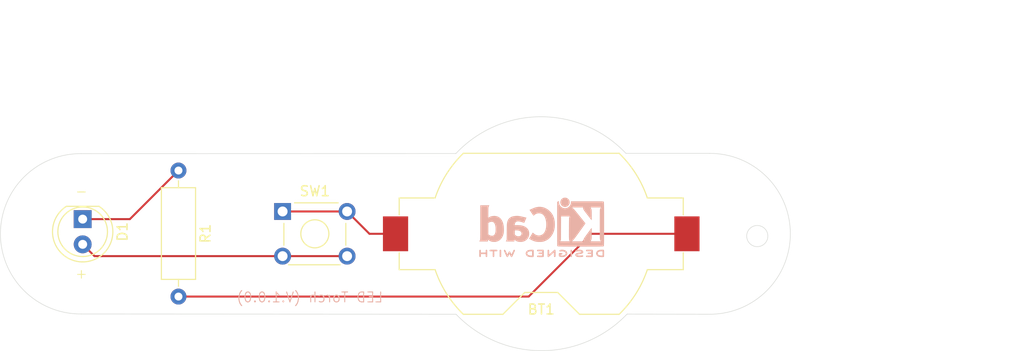
<source format=kicad_pcb>
(kicad_pcb (version 20240108) (generator "pcbnew") (generator_version "8.0")
  (title_block (title "LED torch") (date "2024-06-12") (rev "1") (company "Jaime M. Villegas I.") (comment 1 "Simple LED torch design example."))
  (layers (0 "F.Cu" signal) (31 "B.Cu" signal) (34 "B.Paste" user) (35 "F.Paste" user) (36 "B.SilkS" user "B.Silkscreen") (37 "F.SilkS" user "F.Silkscreen") (38 "B.Mask" user) (39 "F.Mask" user) (44 "Edge.Cuts" user))
  (net 0 "")
  (net 1 "Net-(BT1--)")
  (net 2 "/bat_pos")
  (net 3 "/LED_cathode")
  (net 4 "/LED_anode")
  (footprint "Battery:BatteryHolder_Keystone_1058_1x2032" (layer "F.Cu") (at 168.275 98.1456)
    (property "Reference" "BT1" (at 0 7.62 0) (layer "F.SilkS"))
    (property "Value" "Battery_Cell")
    (pad "1" smd rect (at -14.68 0) (size 2.54 3.51) (layers "F.Cu" "F.Paste" "F.Mask") (net 2 "/bat_pos"))
    (pad "2" smd rect (at 14.68 0) (size 2.54 3.51) (layers "F.Cu" "F.Paste" "F.Mask") (net 1 "Net-(BT1--)"))
  )
  (footprint "LED_THT:LED_D5.0mm_FlatTop" (layer "F.Cu") (at 122.0724 96.6674 -90)
    (property "Reference" "D1" (at 1.27 -4.01 -90) (layer "F.SilkS"))
    (property "Value" "LED")
    (pad "1" thru_hole rect (at 0 0 270) (size 1.8 1.8) (drill 0.9) (layers "*.Cu" "*.Mask") (net 3 "/LED_cathode"))
    (pad "2" thru_hole circle (at 2.54 0 270) (size 1.8 1.8) (drill 0.9) (layers "*.Cu" "*.Mask") (net 4 "/LED_anode"))
  )
  (footprint "Resistor_THT:R_Axial_DIN0309_L9.0mm_D3.2mm_P12.70mm_Horizontal" (layer "F.Cu") (at 131.7244 91.7702 -90)
    (property "Reference" "R1" (at 6.35 -2.72 -90) (layer "F.SilkS"))
    (property "Value" "R")
    (pad "1" thru_hole circle (at 0 0 270) (size 1.6 1.6) (drill 0.8) (layers "*.Cu" "*.Mask") (net 3 "/LED_cathode"))
    (pad "2" thru_hole oval (at 12.7 0 270) (size 1.6 1.6) (drill 0.8) (layers "*.Cu" "*.Mask") (net 1 "Net-(BT1--)"))
  )
  (footprint "Button_Switch_THT:SW_TH_Tactile_Omron_B3F-10xx" (layer "F.Cu") (at 142.2158 95.8956)
    (property "Reference" "SW1" (at 3.25 -2.05 0) (layer "F.SilkS"))
    (property "Value" "SW_DPST_x2")
    (pad "1" thru_hole rect (at 0 0) (size 1.7 1.7) (drill 1) (layers "*.Cu" "*.Mask") (net 2 "/bat_pos"))
    (pad "1" thru_hole circle (at 6.5 0) (size 1.7 1.7) (drill 1) (layers "*.Cu" "*.Mask") (net 2 "/bat_pos"))
    (pad "2" thru_hole circle (at 0 4.5) (size 1.7 1.7) (drill 1) (layers "*.Cu" "*.Mask") (net 4 "/LED_anode"))
    (pad "2" thru_hole circle (at 6.5 4.5) (size 1.7 1.7) (drill 1) (layers "*.Cu" "*.Mask") (net 4 "/LED_anode"))
  )
  (footprint "Symbol:KiCad-Logo2_5mm_SilkScreen" (layer "B.Cu") (at 168.3258 97.4852 180)
    (property "Reference" "REF**" (hide yes))
    (property "Value" "KiCad-Logo2_5mm_SilkScreen" (hide yes))
  )
  (gr_line (start 176.923696 106.234936) (end 185.216641 106.248129) (stroke (width 0.05)) (layer "Edge.Cuts"))
  (gr_line (start 121.92 90.0684) (end 159.677113 90.056467) (stroke (width 0.05)) (layer "Edge.Cuts"))
  (gr_arc (start 185.2295 90.043001) (mid 193.370286 98.15203) (end 185.216641 106.248129) (stroke (width 0.05)) (layer "Edge.Cuts"))
  (gr_line (start 176.8094 90.043) (end 185.2295 90.043) (stroke (width 0.05)) (layer "Edge.Cuts"))
  (gr_arc (start 176.923696 106.234936) (mid 168.30958 109.921627) (end 159.6898 106.2482) (stroke (width 0.05)) (layer "Edge.Cuts"))
  (gr_line (start 121.92 106.2228) (end 159.6898 106.2482) (stroke (width 0.05)) (layer "Edge.Cuts"))
  (gr_circle (center 190.0428 98.3742) (end 190.2714 97.3328) (stroke (width 0.05)) (fill none) (layer "Edge.Cuts"))
  (gr_arc (start 159.677113 90.056467) (mid 168.240349 86.35112) (end 176.809399 90.043001) (stroke (width 0.05)) (layer "Edge.Cuts"))
  (gr_arc (start 121.920159 106.222799) (mid 113.792 98.14568) (end 121.92 90.0684) (stroke (width 0.05)) (layer "Edge.Cuts"))
  (gr_text "LED Torch (V.1.0.0)" (at 152.4 105.1306 0) (layer "B.SilkS") (effects (font (size 1 1) (thickness 0.1)) (justify left bottom mirror)))
  (gr_text "+" (at 121.2596 102.743 0) (layer "F.SilkS") (effects (font (size 1 1) (thickness 0.1)) (justify left bottom)))
  (gr_text "-" (at 121.2596 94.4372 0) (layer "F.SilkS") (effects (font (size 1 1) (thickness 0.1)) (justify left bottom)))
  (segment (start 131.7244 104.4702) (end 167.005 104.4702) (width 0.2) (layer "F.Cu") (net 1))
  (segment (start 167.005 104.4702) (end 173.3296 98.1456) (width 0.2) (layer "F.Cu") (net 1))
  (segment (start 173.3296 98.1456) (end 182.955 98.1456) (width 0.2) (layer "F.Cu") (net 1))
  (segment (start 153.595 98.1456) (end 150.9658 98.1456) (width 0.2) (layer "F.Cu") (net 2))
  (segment (start 142.2158 95.8956) (end 148.7158 95.8956) (width 0.2) (layer "F.Cu") (net 2))
  (segment (start 150.9658 98.1456) (end 148.7158 95.8956) (width 0.2) (layer "F.Cu") (net 2))
  (segment (start 122.0724 96.6674) (end 126.8272 96.6674) (width 0.2) (layer "F.Cu") (net 3))
  (segment (start 126.8272 96.6674) (end 131.7244 91.7702) (width 0.2) (layer "F.Cu") (net 3))
  (segment (start 142.2158 100.3956) (end 148.7158 100.3956) (width 0.2) (layer "F.Cu") (net 4))
  (segment (start 123.2606 100.3956) (end 142.2158 100.3956) (width 0.2) (layer "F.Cu") (net 4))
  (segment (start 122.0724 99.2074) (end 123.2606 100.3956) (width 0.2) (layer "F.Cu") (net 4))
  (segment (start 141.8146 99.9944) (end 142.2158 100.3956) (width 0.2) (layer "F.Cu") (net 4))
)
</source>
